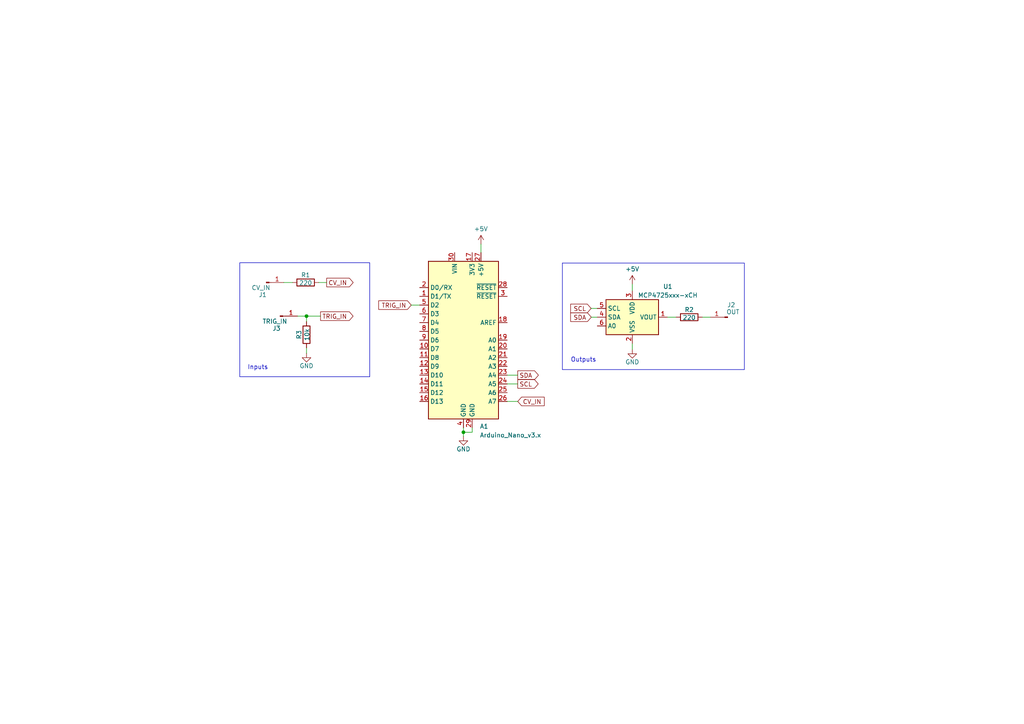
<source format=kicad_sch>
(kicad_sch (version 20230121) (generator eeschema)
  (paper "A4")
  (lib_symbols
    (symbol "Analog_DAC:MCP4725xxx-xCH"
      (property "Reference" "U" (at -6.35 6.35 0))
      (property "Value" "MCP4725xxx-xCH" (at 8.89 6.35 0))
      (symbol "MCP4725xxx-xCH_0_1"
        (rectangle (start -7.62 5.08) (end 7.62 -5.08) (stroke (width 0.254)) (fill (type background)))
      )
      (symbol "MCP4725xxx-xCH_1_1"
        (pin output line (at 10.16 0 180) (length 2.54) (name "VOUT") (number "1"))
        (pin power_in line (at 0 -7.62 90) (length 2.54) (name "VSS") (number "2"))
        (pin power_in line (at 0 7.62 270) (length 2.54) (name "VDD") (number "3"))
        (pin bidirectional line (at -10.16 0 0) (length 2.54) (name "SDA") (number "4"))
        (pin input line (at -10.16 2.54 0) (length 2.54) (name "SCL") (number "5"))
        (pin input line (at -10.16 -2.54 0) (length 2.54) (name "A0") (number "6"))
      )
    )
    (symbol "Connector:Conn_01x01_Pin" (pin_names (offset 1.016) hide)
      (property "Reference" "J" (at 0 2.54 0))
      (property "Value" "Conn_01x01_Pin" (at 0 -2.54 0))
      (symbol "Conn_01x01_Pin_1_1"
        (polyline (pts (xy 1.27 0) (xy 0.8636 0)) (stroke (width 0.1524)))
        (rectangle (start 0.8636 0.127) (end 0 -0.127) (stroke (width 0.1524)) (fill (type outline)))
        (pin passive line (at 5.08 0 180) (length 3.81) (name "Pin_1") (number "1"))
      )
    )
    (symbol "Device:R" (pin_numbers hide) (pin_names (offset 0))
      (property "Reference" "R" (at 2.032 0 90))
      (property "Value" "R" (at 0 0 90))
      (symbol "R_0_1"
        (rectangle (start -1.016 -2.54) (end 1.016 2.54) (stroke (width 0.254)))
      )
      (symbol "R_1_1"
        (pin passive line (at 0 3.81 270) (length 1.27) (name "~") (number "1"))
        (pin passive line (at 0 -3.81 90) (length 1.27) (name "~") (number "2"))
      )
    )
    (symbol "MCU_Module:Arduino_Nano_v3.x"
      (property "Reference" "A" (at -10.16 23.495 0))
      (property "Value" "Arduino_Nano_v3.x" (at 5.08 -24.13 0))
      (symbol "Arduino_Nano_v3.x_0_1"
        (rectangle (start -10.16 22.86) (end 10.16 -22.86) (stroke (width 0.254)) (fill (type background)))
      )
      (symbol "Arduino_Nano_v3.x_1_1"
        (pin bidirectional line (at -12.7 12.7 0) (length 2.54) (name "D1/TX") (number "1"))
        (pin bidirectional line (at -12.7 -2.54 0) (length 2.54) (name "D7") (number "10"))
        (pin bidirectional line (at -12.7 -5.08 0) (length 2.54) (name "D8") (number "11"))
        (pin bidirectional line (at -12.7 -7.62 0) (length 2.54) (name "D9") (number "12"))
        (pin bidirectional line (at -12.7 -10.16 0) (length 2.54) (name "D10") (number "13"))
        (pin bidirectional line (at -12.7 -12.7 0) (length 2.54) (name "D11") (number "14"))
        (pin bidirectional line (at -12.7 -15.24 0) (length 2.54) (name "D12") (number "15"))
        (pin bidirectional line (at -12.7 -17.78 0) (length 2.54) (name "D13") (number "16"))
        (pin power_out line (at 2.54 25.4 270) (length 2.54) (name "3V3") (number "17"))
        (pin input line (at 12.7 5.08 180) (length 2.54) (name "AREF") (number "18"))
        (pin bidirectional line (at 12.7 0 180) (length 2.54) (name "A0") (number "19"))
        (pin bidirectional line (at -12.7 15.24 0) (length 2.54) (name "D0/RX") (number "2"))
        (pin bidirectional line (at 12.7 -2.54 180) (length 2.54) (name "A1") (number "20"))
        (pin bidirectional line (at 12.7 -5.08 180) (length 2.54) (name "A2") (number "21"))
        (pin bidirectional line (at 12.7 -7.62 180) (length 2.54) (name "A3") (number "22"))
        (pin bidirectional line (at 12.7 -10.16 180) (length 2.54) (name "A4") (number "23"))
        (pin bidirectional line (at 12.7 -12.7 180) (length 2.54) (name "A5") (number "24"))
        (pin bidirectional line (at 12.7 -15.24 180) (length 2.54) (name "A6") (number "25"))
        (pin bidirectional line (at 12.7 -17.78 180) (length 2.54) (name "A7") (number "26"))
        (pin power_out line (at 5.08 25.4 270) (length 2.54) (name "+5V") (number "27"))
        (pin input line (at 12.7 15.24 180) (length 2.54) (name "~{RESET}") (number "28"))
        (pin power_in line (at 2.54 -25.4 90) (length 2.54) (name "GND") (number "29"))
        (pin input line (at 12.7 12.7 180) (length 2.54) (name "~{RESET}") (number "3"))
        (pin power_in line (at -2.54 25.4 270) (length 2.54) (name "VIN") (number "30"))
        (pin power_in line (at 0 -25.4 90) (length 2.54) (name "GND") (number "4"))
        (pin bidirectional line (at -12.7 10.16 0) (length 2.54) (name "D2") (number "5"))
        (pin bidirectional line (at -12.7 7.62 0) (length 2.54) (name "D3") (number "6"))
        (pin bidirectional line (at -12.7 5.08 0) (length 2.54) (name "D4") (number "7"))
        (pin bidirectional line (at -12.7 2.54 0) (length 2.54) (name "D5") (number "8"))
        (pin bidirectional line (at -12.7 0 0) (length 2.54) (name "D6") (number "9"))
      )
    )
    (symbol "power:+5V" (power) (pin_names (offset 0))
      (property "Value" "+5V" (at 0 3.556 0))
      (symbol "+5V_0_1"
        (polyline (pts (xy -0.762 1.27) (xy 0 2.54)))
        (polyline (pts (xy 0 0) (xy 0 2.54)))
        (polyline (pts (xy 0 2.54) (xy 0.762 1.27)))
      )
      (symbol "+5V_1_1"
        (pin power_in line (at 0 0 90) (length 0) hide (name "+5V") (number "1"))
      )
    )
    (symbol "power:GND" (power) (pin_names (offset 0))
      (property "Value" "GND" (at 0 -3.81 0))
      (symbol "GND_0_1"
        (polyline (pts (xy 0 0) (xy 0 -1.27) (xy 1.27 -1.27) (xy 0 -2.54) (xy -1.27 -1.27) (xy 0 -1.27)))
      )
      (symbol "GND_1_1"
        (pin power_in line (at 0 0 270) (length 0) hide (name "GND") (number "1"))
      )
    )
  )
  (junction (at 134.4168 125.3744))
  (junction (at 88.9 91.694))
  (wire (pts (xy 139.4968 70.8152) (xy 139.4968 73.2536)))
  (polyline (pts (xy 107.2388 109.2708) (xy 69.5452 109.2708)))
  (wire (pts (xy 136.9568 125.3744) (xy 134.4168 125.3744)))
  (wire (pts (xy 92.456 81.9404) (xy 94.742 81.9404)))
  (wire (pts (xy 82.296 81.9404) (xy 84.836 81.9404)))
  (wire (pts (xy 203.708 91.9988) (xy 205.994 91.9988)))
  (polyline (pts (xy 69.5452 76.2) (xy 107.188 76.2)))
  (polyline (pts (xy 69.5452 76.2508) (xy 69.5452 109.2708)))
  (wire (pts (xy 147.1168 108.8136) (xy 150.1648 108.8136)))
  (wire (pts (xy 171.5008 91.9988) (xy 173.228 91.9988)))
  (wire (pts (xy 88.9 91.694) (xy 88.9 93.2688)))
  (wire (pts (xy 88.9 100.8888) (xy 88.9 102.4636)))
  (polyline (pts (xy 215.8492 107.188) (xy 163.1188 107.188)))
  (wire (pts (xy 183.388 99.6188) (xy 183.388 101.346)))
  (wire (pts (xy 147.1168 116.4336) (xy 150.1648 116.4336)))
  (wire (pts (xy 147.1168 111.3536) (xy 150.1648 111.3536)))
  (wire (pts (xy 134.4168 125.3744) (xy 134.4168 126.5936)))
  (wire (pts (xy 171.45 89.4588) (xy 173.228 89.4588)))
  (wire (pts (xy 134.4168 124.0536) (xy 134.4168 125.3744)))
  (wire (pts (xy 86.3092 91.694) (xy 88.9 91.694)))
  (wire (pts (xy 88.9 91.694) (xy 92.964 91.694)))
  (wire (pts (xy 193.548 91.9988) (xy 196.088 91.9988)))
  (wire (pts (xy 119.2784 88.4936) (xy 121.7168 88.4936)))
  (polyline (pts (xy 215.9 76.3524) (xy 215.9 107.188)))
  (polyline (pts (xy 107.2388 76.2) (xy 107.2388 109.2708)))
  (wire (pts (xy 183.388 82.4484) (xy 183.388 84.3788)))
  (wire (pts (xy 136.9568 124.0536) (xy 136.9568 125.3744)))
  (polyline (pts (xy 163.1188 76.3016) (xy 215.9 76.3016)))
  (polyline (pts (xy 163.1188 76.3016) (xy 163.1188 107.1372)))
  (text "Outputs" (at 165.5064 105.2068 0) (effects (font (size 1.27 1.27)) (justify left bottom)))
  (text "Inputs" (at 71.7804 107.3912 0) (effects (font (size 1.27 1.27)) (justify left bottom)))
  (global_label "SDA" (shape input) (at 171.5008 91.9988 180) (property "Intersheetrefs" "${INTERSHEET_REFS}" (effects hide)))
  (global_label "TRIG_IN" (shape input) (at 119.2784 88.4936 180) (property "Intersheetrefs" "${INTERSHEET_REFS}" (effects hide)))
  (global_label "SCL" (shape output) (at 150.1648 111.3536 0) (property "Intersheetrefs" "${INTERSHEET_REFS}" (effects hide)))
  (global_label "CV_IN" (shape input) (at 150.1648 116.4336 0) (property "Intersheetrefs" "${INTERSHEET_REFS}" (effects hide)))
  (global_label "SDA" (shape output) (at 150.1648 108.8136 0) (property "Intersheetrefs" "${INTERSHEET_REFS}" (effects hide)))
  (global_label "SCL" (shape input) (at 171.45 89.4588 180) (property "Intersheetrefs" "${INTERSHEET_REFS}" (effects hide)))
  (global_label "CV_IN" (shape output) (at 94.742 81.9404 0) (property "Intersheetrefs" "${INTERSHEET_REFS}" (effects hide)))
  (global_label "TRIG_IN" (shape output) (at 92.964 91.694 0) (property "Intersheetrefs" "${INTERSHEET_REFS}" (effects hide)))
  (symbol (lib_id "power:GND") (at 88.9 102.4636 0) (unit 1)
    (property "Reference" "#PWR01" (effects hide))
    (property "Value" "GND" (at 88.9 106.1212 0))
  )
  (symbol (lib_id "power:GND") (at 183.388 101.346 0) (unit 1)
    (property "Reference" "#PWR03" (effects hide))
    (property "Value" "GND" (at 183.388 105.0036 0))
  )
  (symbol (lib_id "power:+5V") (at 139.4968 70.8152 0) (unit 1)
    (property "Reference" "#PWR05" (effects hide))
    (property "Value" "+5V" (at 139.4968 66.3956 0))
  )
  (symbol (lib_id "power:GND") (at 134.4168 126.5936 0) (unit 1)
    (property "Reference" "#PWR06" (effects hide))
    (property "Value" "GND" (at 134.4168 130.2512 0))
  )
  (symbol (lib_id "Device:R") (at 88.9 97.0788 180) (unit 1)
    (property "Reference" "R3" (at 86.741 97.0788 90))
    (property "Value" "10k" (at 89.027 97.0788 90))
  )
  (symbol (lib_id "Analog_DAC:MCP4725xxx-xCH") (at 183.388 91.9988 0) (unit 1)
    (property "Reference" "U1" (at 193.7004 83.1088 0))
    (property "Value" "MCP4725xxx-xCH" (at 193.7004 85.6488 0))
    (property "Footprint" "Package_TO_SOT_SMD:SOT-23-6" (effects hide))
    (property "Datasheet" "http://ww1.microchip.com/downloads/en/DeviceDoc/22039d.pdf" (effects hide))
  )
  (symbol (lib_id "Device:R") (at 88.646 81.9404 90) (unit 1)
    (property "Reference" "R1" (at 88.646 79.7814 90))
    (property "Value" "220" (at 88.646 82.0674 90))
  )
  (symbol (lib_id "MCU_Module:Arduino_Nano_v3.x") (at 134.4168 98.6536 0) (unit 1)
    (property "Reference" "A1" (at 139.1509 123.6726 0) (effects (justify left)))
    (property "Value" "Arduino_Nano_v3.x" (at 139.1509 126.2126 0) (effects (justify left)))
    (property "Footprint" "Module:Arduino_Nano" (effects hide))
    (property "Datasheet" "http://www.mouser.com/pdfdocs/Gravitech_Arduino_Nano3_0.pdf" (effects hide))
  )
  (symbol (lib_id "Connector:Conn_01x01_Pin") (at 211.074 91.9988 180) (unit 1)
    (property "Reference" "J2" (at 212.09 88.4428 0))
    (property "Value" "OUT" (at 212.598 90.4748 0))
  )
  (symbol (lib_id "power:+5V") (at 183.388 82.4484 0) (unit 1)
    (property "Reference" "#PWR04" (effects hide))
    (property "Value" "+5V" (at 183.388 78.0288 0))
  )
  (symbol (lib_id "Device:R") (at 199.898 91.9988 90) (unit 1)
    (property "Reference" "R2" (at 199.898 89.8398 90))
    (property "Value" "220" (at 199.898 92.1258 90))
  )
  (symbol (lib_id "Connector:Conn_01x01_Pin") (at 77.216 81.9404 0) (unit 1)
    (property "Reference" "J1" (at 76.2 85.4964 0))
    (property "Value" "CV_IN" (at 75.692 83.4644 0))
  )
  (symbol (lib_id "Connector:Conn_01x01_Pin") (at 81.2292 91.694 0) (unit 1)
    (property "Reference" "J3" (at 80.2132 95.25 0))
    (property "Value" "TRIG_IN" (at 79.7052 93.218 0))
  )
)
</source>
